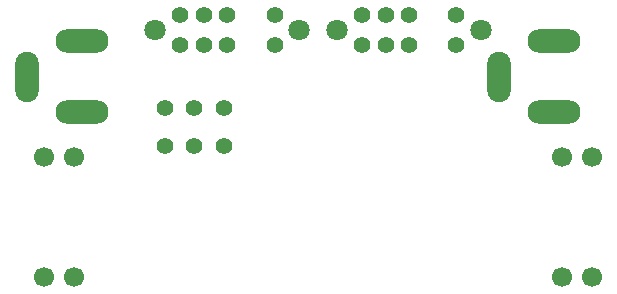
<source format=gbr>
%TF.GenerationSoftware,KiCad,Pcbnew,8.0.5-8.0.5-0~ubuntu24.04.1*%
%TF.CreationDate,2024-10-14T08:19:55-04:00*%
%TF.ProjectId,breadboard-power-supply,62726561-6462-46f6-9172-642d706f7765,rev?*%
%TF.SameCoordinates,Original*%
%TF.FileFunction,Soldermask,Bot*%
%TF.FilePolarity,Negative*%
%FSLAX46Y46*%
G04 Gerber Fmt 4.6, Leading zero omitted, Abs format (unit mm)*
G04 Created by KiCad (PCBNEW 8.0.5-8.0.5-0~ubuntu24.04.1) date 2024-10-14 08:19:55*
%MOMM*%
%LPD*%
G01*
G04 APERTURE LIST*
%ADD10C,1.400000*%
%ADD11C,1.800000*%
%ADD12O,4.500000X2.000000*%
%ADD13O,2.000000X4.250000*%
%ADD14C,1.700000*%
G04 APERTURE END LIST*
D10*
%TO.C,SW1*%
X113500000Y-103700000D03*
X116000000Y-103700000D03*
X118500000Y-103700000D03*
X113500000Y-106900000D03*
X116000000Y-106900000D03*
X118500000Y-106900000D03*
%TD*%
D11*
%TO.C,SW3*%
X140300000Y-97050000D03*
X128100000Y-97050000D03*
D10*
X138200000Y-95800000D03*
X134200000Y-95800000D03*
X132200000Y-95800000D03*
X130200000Y-95800000D03*
X138200000Y-98300000D03*
X134200000Y-98300000D03*
X132200000Y-98300000D03*
X130200000Y-98300000D03*
%TD*%
D12*
%TO.C,J1*%
X106500000Y-104000000D03*
X106500000Y-98000000D03*
D13*
X101800000Y-101000000D03*
%TD*%
D11*
%TO.C,SW2*%
X124900000Y-97050000D03*
X112700000Y-97050000D03*
D10*
X122800000Y-95800000D03*
X118800000Y-95800000D03*
X116800000Y-95800000D03*
X114800000Y-95800000D03*
X122800000Y-98300000D03*
X118800000Y-98300000D03*
X116800000Y-98300000D03*
X114800000Y-98300000D03*
%TD*%
D12*
%TO.C,J2*%
X146500000Y-104000000D03*
X146500000Y-98000000D03*
D13*
X141800000Y-101000000D03*
%TD*%
D14*
%TO.C,J6*%
X147160000Y-117970000D03*
X149700000Y-117970000D03*
%TD*%
%TO.C,J3*%
X105840000Y-107810000D03*
X103300000Y-107810000D03*
%TD*%
%TO.C,J4*%
X103300000Y-117970000D03*
X105840000Y-117970000D03*
%TD*%
%TO.C,J5*%
X149700000Y-107810000D03*
X147160000Y-107810000D03*
%TD*%
M02*

</source>
